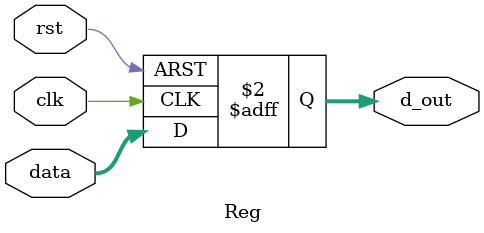
<source format=sv>
module Reg (
  output reg [3:0] d_out,
  input wire [3:0] data,
  input wire clk,
  input wire rst
);

  always @(posedge clk or posedge rst) begin
    if (rst) begin
      d_out <= 4'b0000;
    end
    else begin
      d_out <= data;
    end


  end

endmodule
</source>
